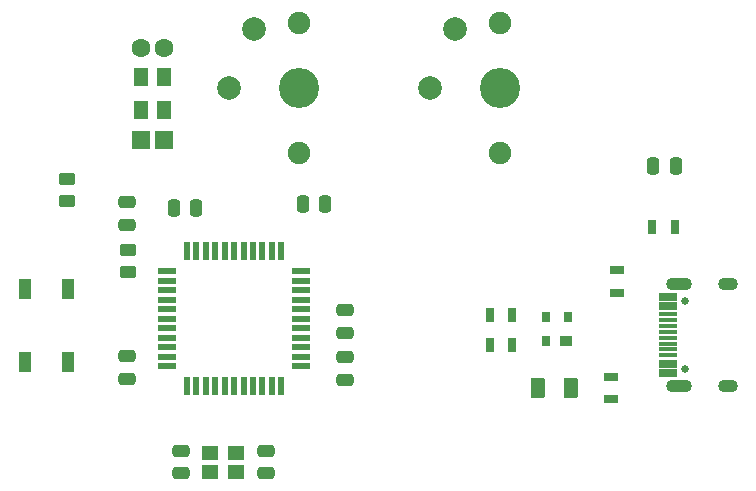
<source format=gbs>
%TF.GenerationSoftware,KiCad,Pcbnew,7.0.2*%
%TF.CreationDate,2023-06-21T18:27:12-05:00*%
%TF.ProjectId,MXB_INTMCU.kicad_pro,4d58425f-494e-4544-9d43-552e6b696361,rev?*%
%TF.SameCoordinates,Original*%
%TF.FileFunction,Soldermask,Bot*%
%TF.FilePolarity,Negative*%
%FSLAX46Y46*%
G04 Gerber Fmt 4.6, Leading zero omitted, Abs format (unit mm)*
G04 Created by KiCad (PCBNEW 7.0.2) date 2023-06-21 18:27:12*
%MOMM*%
%LPD*%
G01*
G04 APERTURE LIST*
G04 Aperture macros list*
%AMRoundRect*
0 Rectangle with rounded corners*
0 $1 Rounding radius*
0 $2 $3 $4 $5 $6 $7 $8 $9 X,Y pos of 4 corners*
0 Add a 4 corners polygon primitive as box body*
4,1,4,$2,$3,$4,$5,$6,$7,$8,$9,$2,$3,0*
0 Add four circle primitives for the rounded corners*
1,1,$1+$1,$2,$3*
1,1,$1+$1,$4,$5*
1,1,$1+$1,$6,$7*
1,1,$1+$1,$8,$9*
0 Add four rect primitives between the rounded corners*
20,1,$1+$1,$2,$3,$4,$5,0*
20,1,$1+$1,$4,$5,$6,$7,0*
20,1,$1+$1,$6,$7,$8,$9,0*
20,1,$1+$1,$8,$9,$2,$3,0*%
G04 Aperture macros list end*
%ADD10R,1.400000X1.200000*%
%ADD11R,1.200000X1.600000*%
%ADD12C,1.600000*%
%ADD13R,1.600000X1.600000*%
%ADD14C,2.000000*%
%ADD15C,1.900000*%
%ADD16C,3.400000*%
%ADD17O,2.200000X1.100000*%
%ADD18O,1.700000X1.100000*%
%ADD19RoundRect,0.050000X-0.725000X0.300000X-0.725000X-0.300000X0.725000X-0.300000X0.725000X0.300000X0*%
%ADD20RoundRect,0.050000X-0.725000X0.150000X-0.725000X-0.150000X0.725000X-0.150000X0.725000X0.150000X0*%
%ADD21C,0.650000*%
%ADD22RoundRect,0.250000X-0.250000X-0.475000X0.250000X-0.475000X0.250000X0.475000X-0.250000X0.475000X0*%
%ADD23R,0.700000X1.300000*%
%ADD24RoundRect,0.250000X0.250000X0.475000X-0.250000X0.475000X-0.250000X-0.475000X0.250000X-0.475000X0*%
%ADD25RoundRect,0.250000X0.450000X-0.262500X0.450000X0.262500X-0.450000X0.262500X-0.450000X-0.262500X0*%
%ADD26RoundRect,0.250000X-0.450000X0.262500X-0.450000X-0.262500X0.450000X-0.262500X0.450000X0.262500X0*%
%ADD27RoundRect,0.250000X-0.475000X0.250000X-0.475000X-0.250000X0.475000X-0.250000X0.475000X0.250000X0*%
%ADD28R,1.100000X1.800000*%
%ADD29RoundRect,0.250000X0.375000X0.625000X-0.375000X0.625000X-0.375000X-0.625000X0.375000X-0.625000X0*%
%ADD30R,1.300000X0.700000*%
%ADD31RoundRect,0.050000X0.300000X0.350000X-0.300000X0.350000X-0.300000X-0.350000X0.300000X-0.350000X0*%
%ADD32RoundRect,0.050000X0.500000X0.350000X-0.500000X0.350000X-0.500000X-0.350000X0.500000X-0.350000X0*%
%ADD33R,0.550000X1.500000*%
%ADD34R,1.500000X0.550000*%
%ADD35RoundRect,0.250000X0.475000X-0.250000X0.475000X0.250000X-0.475000X0.250000X-0.475000X-0.250000X0*%
G04 APERTURE END LIST*
D10*
%TO.C,X1*%
X118950000Y-92800000D03*
X121150000Y-92800000D03*
X121150000Y-94400000D03*
X118950000Y-94400000D03*
%TD*%
D11*
%TO.C,D2*%
X115050000Y-61000000D03*
D12*
X115050000Y-58500000D03*
D13*
X115050000Y-66300000D03*
D11*
X115050000Y-63800000D03*
%TD*%
D14*
%TO.C,SW1*%
X139650000Y-56900000D03*
X137550000Y-61900000D03*
D15*
X143450000Y-67400000D03*
D16*
X143450000Y-61900000D03*
D15*
X143450000Y-56400000D03*
%TD*%
D11*
%TO.C,D1*%
X113050000Y-61000000D03*
D12*
X113050000Y-58500000D03*
D13*
X113050000Y-66300000D03*
D11*
X113050000Y-63800000D03*
%TD*%
D14*
%TO.C,SW2*%
X122650000Y-56900000D03*
X120550000Y-61900000D03*
D15*
X126450000Y-67400000D03*
D16*
X126450000Y-61900000D03*
D15*
X126450000Y-56400000D03*
%TD*%
D17*
%TO.C,USB1*%
X158632500Y-87130000D03*
D18*
X162812500Y-87130000D03*
D17*
X158632500Y-78490000D03*
D18*
X162812500Y-78490000D03*
D19*
X157717500Y-86035000D03*
X157717500Y-85260000D03*
D20*
X157717500Y-84560000D03*
X157717500Y-84060000D03*
X157717500Y-83560000D03*
X157717500Y-83060000D03*
X157717500Y-82560000D03*
X157717500Y-82060000D03*
X157717500Y-81560000D03*
X157717500Y-81060000D03*
D19*
X157717500Y-80360000D03*
X157717500Y-79585000D03*
D21*
X159162500Y-85700000D03*
X159162500Y-79920000D03*
%TD*%
D22*
%TO.C,C9*%
X158350000Y-68550000D03*
X156450000Y-68550000D03*
%TD*%
D23*
%TO.C,UR4*%
X142600000Y-81150000D03*
X144500000Y-81150000D03*
%TD*%
D24*
%TO.C,C7*%
X126800000Y-71725000D03*
X128700000Y-71725000D03*
%TD*%
D23*
%TO.C,UR1*%
X158275000Y-73660000D03*
X156375000Y-73660000D03*
%TD*%
D25*
%TO.C,R2*%
X111950000Y-75637500D03*
X111950000Y-77462500D03*
%TD*%
D26*
%TO.C,R1*%
X106800000Y-71487500D03*
X106800000Y-69662500D03*
%TD*%
D27*
%TO.C,C3*%
X111925000Y-86550000D03*
X111925000Y-84650000D03*
%TD*%
D28*
%TO.C,SW50*%
X106925000Y-78925000D03*
X103225000Y-85125000D03*
X103225000Y-78925000D03*
X106925000Y-85125000D03*
%TD*%
D29*
%TO.C,F1*%
X146700000Y-87300000D03*
X149500000Y-87300000D03*
%TD*%
D27*
%TO.C,C8*%
X130375000Y-82625000D03*
X130375000Y-80725000D03*
%TD*%
D30*
%TO.C,UR3*%
X152850000Y-86350000D03*
X152850000Y-88250000D03*
%TD*%
D31*
%TO.C,U2*%
X149250000Y-81300000D03*
X147350000Y-81300000D03*
X147350000Y-83300000D03*
D32*
X149050000Y-83300000D03*
%TD*%
D27*
%TO.C,C6*%
X111925000Y-73500000D03*
X111925000Y-71600000D03*
%TD*%
%TO.C,C2*%
X116450000Y-94550000D03*
X116450000Y-92650000D03*
%TD*%
D22*
%TO.C,C5*%
X117750000Y-72100000D03*
X115850000Y-72100000D03*
%TD*%
D33*
%TO.C,U1*%
X124968750Y-75753750D03*
X124168750Y-75753750D03*
X123368750Y-75753750D03*
X122568750Y-75753750D03*
X121768750Y-75753750D03*
X120968750Y-75753750D03*
X120168750Y-75753750D03*
X119368750Y-75753750D03*
X118568750Y-75753750D03*
X117768750Y-75753750D03*
X116968750Y-75753750D03*
D34*
X115268750Y-77453750D03*
X115268750Y-78253750D03*
X115268750Y-79053750D03*
X115268750Y-79853750D03*
X115268750Y-80653750D03*
X115268750Y-81453750D03*
X115268750Y-82253750D03*
X115268750Y-83053750D03*
X115268750Y-83853750D03*
X115268750Y-84653750D03*
X115268750Y-85453750D03*
D33*
X116968750Y-87153750D03*
X117768750Y-87153750D03*
X118568750Y-87153750D03*
X119368750Y-87153750D03*
X120168750Y-87153750D03*
X120968750Y-87153750D03*
X121768750Y-87153750D03*
X122568750Y-87153750D03*
X123368750Y-87153750D03*
X124168750Y-87153750D03*
X124968750Y-87153750D03*
D34*
X126668750Y-85453750D03*
X126668750Y-84653750D03*
X126668750Y-83853750D03*
X126668750Y-83053750D03*
X126668750Y-82253750D03*
X126668750Y-81453750D03*
X126668750Y-80653750D03*
X126668750Y-79853750D03*
X126668750Y-79053750D03*
X126668750Y-78253750D03*
X126668750Y-77453750D03*
%TD*%
D27*
%TO.C,C1*%
X123650000Y-94550000D03*
X123650000Y-92650000D03*
%TD*%
D35*
%TO.C,C4*%
X130350000Y-84730000D03*
X130350000Y-86630000D03*
%TD*%
D23*
%TO.C,UR5*%
X144500000Y-83650000D03*
X142600000Y-83650000D03*
%TD*%
D30*
%TO.C,UR2*%
X153350000Y-77350000D03*
X153350000Y-79250000D03*
%TD*%
M02*

</source>
